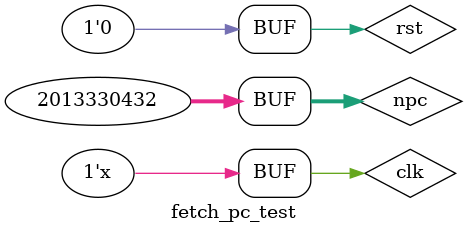
<source format=v>
`timescale 1ns / 1ps


module fetch_pc_test;

	// Inputs
	reg [31:0] npc;
	reg clk;
	reg rst;

	// Outputs
	wire [31:0] pc;

	// Instantiate the Unit Under Test (UUT)
	fetch_pc uut (
		.npc(npc), 
		.clk(clk), 
		.rst(rst), 
		.pc(pc)
	);

	initial begin
		// Initialize Inputs
		npc = 0;
		clk = 0;
		rst = 1;

		// Wait 100 ns for global reset to finish
		#100;
		rst = 0;
		npc = 32'b00000000000000001111110000000000;
		
		#100;
		npc = 32'b01111000000000001111110000000000;
        
		// Add stimulus here

	end
	
	always
	#50 clk = ~clk;
      
endmodule


</source>
